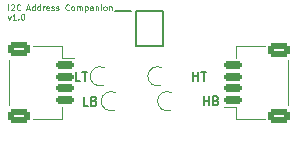
<source format=gto>
%TF.GenerationSoftware,KiCad,Pcbnew,7.0.1-3b83917a11~172~ubuntu20.04.1*%
%TF.CreationDate,2023-03-16T21:36:44-04:00*%
%TF.ProjectId,I2C-ToF-Companion,4932432d-546f-4462-9d43-6f6d70616e69,rev?*%
%TF.SameCoordinates,Original*%
%TF.FileFunction,Legend,Top*%
%TF.FilePolarity,Positive*%
%FSLAX46Y46*%
G04 Gerber Fmt 4.6, Leading zero omitted, Abs format (unit mm)*
G04 Created by KiCad (PCBNEW 7.0.1-3b83917a11~172~ubuntu20.04.1) date 2023-03-16 21:36:44*
%MOMM*%
%LPD*%
G01*
G04 APERTURE LIST*
G04 Aperture macros list*
%AMRoundRect*
0 Rectangle with rounded corners*
0 $1 Rounding radius*
0 $2 $3 $4 $5 $6 $7 $8 $9 X,Y pos of 4 corners*
0 Add a 4 corners polygon primitive as box body*
4,1,4,$2,$3,$4,$5,$6,$7,$8,$9,$2,$3,0*
0 Add four circle primitives for the rounded corners*
1,1,$1+$1,$2,$3*
1,1,$1+$1,$4,$5*
1,1,$1+$1,$6,$7*
1,1,$1+$1,$8,$9*
0 Add four rect primitives between the rounded corners*
20,1,$1+$1,$2,$3,$4,$5,0*
20,1,$1+$1,$4,$5,$6,$7,0*
20,1,$1+$1,$6,$7,$8,$9,0*
20,1,$1+$1,$8,$9,$2,$3,0*%
G04 Aperture macros list end*
%ADD10C,0.150000*%
%ADD11C,0.125000*%
%ADD12C,0.200000*%
%ADD13C,0.120000*%
%ADD14C,2.200000*%
%ADD15R,1.425000X0.300000*%
%ADD16C,1.400000*%
%ADD17O,1.400000X1.400000*%
%ADD18C,1.524000*%
%ADD19R,1.524000X1.524000*%
%ADD20RoundRect,0.150000X-0.625000X0.150000X-0.625000X-0.150000X0.625000X-0.150000X0.625000X0.150000X0*%
%ADD21RoundRect,0.250000X-0.650000X0.350000X-0.650000X-0.350000X0.650000X-0.350000X0.650000X0.350000X0*%
%ADD22RoundRect,0.150000X0.625000X-0.150000X0.625000X0.150000X-0.625000X0.150000X-0.625000X-0.150000X0*%
%ADD23RoundRect,0.250000X0.650000X-0.350000X0.650000X0.350000X-0.650000X0.350000X-0.650000X-0.350000X0*%
G04 APERTURE END LIST*
D10*
X151640000Y-80010000D02*
G75*
G03*
X151640000Y-80010000I-510000J0D01*
G01*
X156720000Y-80010000D02*
G75*
G03*
X156720000Y-80010000I-510000J0D01*
G01*
X146560000Y-80010000D02*
G75*
G03*
X146560000Y-80010000I-510000J0D01*
G01*
X144020000Y-80010000D02*
G75*
G03*
X144020000Y-80010000I-510000J0D01*
G01*
X149100000Y-80010000D02*
G75*
G03*
X149100000Y-80010000I-510000J0D01*
G01*
X141480000Y-80010000D02*
G75*
G03*
X141480000Y-80010000I-510000J0D01*
G01*
X154180000Y-80010000D02*
G75*
G03*
X154180000Y-80010000I-510000J0D01*
G01*
D11*
X136669447Y-69309009D02*
X136669447Y-68809009D01*
X136883733Y-68856628D02*
X136907542Y-68832819D01*
X136907542Y-68832819D02*
X136955161Y-68809009D01*
X136955161Y-68809009D02*
X137074209Y-68809009D01*
X137074209Y-68809009D02*
X137121828Y-68832819D01*
X137121828Y-68832819D02*
X137145637Y-68856628D01*
X137145637Y-68856628D02*
X137169447Y-68904247D01*
X137169447Y-68904247D02*
X137169447Y-68951866D01*
X137169447Y-68951866D02*
X137145637Y-69023295D01*
X137145637Y-69023295D02*
X136859923Y-69309009D01*
X136859923Y-69309009D02*
X137169447Y-69309009D01*
X137669446Y-69261390D02*
X137645637Y-69285200D01*
X137645637Y-69285200D02*
X137574208Y-69309009D01*
X137574208Y-69309009D02*
X137526589Y-69309009D01*
X137526589Y-69309009D02*
X137455161Y-69285200D01*
X137455161Y-69285200D02*
X137407542Y-69237580D01*
X137407542Y-69237580D02*
X137383732Y-69189961D01*
X137383732Y-69189961D02*
X137359923Y-69094723D01*
X137359923Y-69094723D02*
X137359923Y-69023295D01*
X137359923Y-69023295D02*
X137383732Y-68928057D01*
X137383732Y-68928057D02*
X137407542Y-68880438D01*
X137407542Y-68880438D02*
X137455161Y-68832819D01*
X137455161Y-68832819D02*
X137526589Y-68809009D01*
X137526589Y-68809009D02*
X137574208Y-68809009D01*
X137574208Y-68809009D02*
X137645637Y-68832819D01*
X137645637Y-68832819D02*
X137669446Y-68856628D01*
X138240875Y-69166152D02*
X138478970Y-69166152D01*
X138193256Y-69309009D02*
X138359922Y-68809009D01*
X138359922Y-68809009D02*
X138526589Y-69309009D01*
X138907541Y-69309009D02*
X138907541Y-68809009D01*
X138907541Y-69285200D02*
X138859922Y-69309009D01*
X138859922Y-69309009D02*
X138764684Y-69309009D01*
X138764684Y-69309009D02*
X138717065Y-69285200D01*
X138717065Y-69285200D02*
X138693255Y-69261390D01*
X138693255Y-69261390D02*
X138669446Y-69213771D01*
X138669446Y-69213771D02*
X138669446Y-69070914D01*
X138669446Y-69070914D02*
X138693255Y-69023295D01*
X138693255Y-69023295D02*
X138717065Y-68999485D01*
X138717065Y-68999485D02*
X138764684Y-68975676D01*
X138764684Y-68975676D02*
X138859922Y-68975676D01*
X138859922Y-68975676D02*
X138907541Y-68999485D01*
X139359922Y-69309009D02*
X139359922Y-68809009D01*
X139359922Y-69285200D02*
X139312303Y-69309009D01*
X139312303Y-69309009D02*
X139217065Y-69309009D01*
X139217065Y-69309009D02*
X139169446Y-69285200D01*
X139169446Y-69285200D02*
X139145636Y-69261390D01*
X139145636Y-69261390D02*
X139121827Y-69213771D01*
X139121827Y-69213771D02*
X139121827Y-69070914D01*
X139121827Y-69070914D02*
X139145636Y-69023295D01*
X139145636Y-69023295D02*
X139169446Y-68999485D01*
X139169446Y-68999485D02*
X139217065Y-68975676D01*
X139217065Y-68975676D02*
X139312303Y-68975676D01*
X139312303Y-68975676D02*
X139359922Y-68999485D01*
X139598017Y-69309009D02*
X139598017Y-68975676D01*
X139598017Y-69070914D02*
X139621827Y-69023295D01*
X139621827Y-69023295D02*
X139645636Y-68999485D01*
X139645636Y-68999485D02*
X139693255Y-68975676D01*
X139693255Y-68975676D02*
X139740874Y-68975676D01*
X140098017Y-69285200D02*
X140050398Y-69309009D01*
X140050398Y-69309009D02*
X139955160Y-69309009D01*
X139955160Y-69309009D02*
X139907541Y-69285200D01*
X139907541Y-69285200D02*
X139883732Y-69237580D01*
X139883732Y-69237580D02*
X139883732Y-69047104D01*
X139883732Y-69047104D02*
X139907541Y-68999485D01*
X139907541Y-68999485D02*
X139955160Y-68975676D01*
X139955160Y-68975676D02*
X140050398Y-68975676D01*
X140050398Y-68975676D02*
X140098017Y-68999485D01*
X140098017Y-68999485D02*
X140121827Y-69047104D01*
X140121827Y-69047104D02*
X140121827Y-69094723D01*
X140121827Y-69094723D02*
X139883732Y-69142342D01*
X140312303Y-69285200D02*
X140359922Y-69309009D01*
X140359922Y-69309009D02*
X140455160Y-69309009D01*
X140455160Y-69309009D02*
X140502779Y-69285200D01*
X140502779Y-69285200D02*
X140526588Y-69237580D01*
X140526588Y-69237580D02*
X140526588Y-69213771D01*
X140526588Y-69213771D02*
X140502779Y-69166152D01*
X140502779Y-69166152D02*
X140455160Y-69142342D01*
X140455160Y-69142342D02*
X140383731Y-69142342D01*
X140383731Y-69142342D02*
X140336112Y-69118533D01*
X140336112Y-69118533D02*
X140312303Y-69070914D01*
X140312303Y-69070914D02*
X140312303Y-69047104D01*
X140312303Y-69047104D02*
X140336112Y-68999485D01*
X140336112Y-68999485D02*
X140383731Y-68975676D01*
X140383731Y-68975676D02*
X140455160Y-68975676D01*
X140455160Y-68975676D02*
X140502779Y-68999485D01*
X140717065Y-69285200D02*
X140764684Y-69309009D01*
X140764684Y-69309009D02*
X140859922Y-69309009D01*
X140859922Y-69309009D02*
X140907541Y-69285200D01*
X140907541Y-69285200D02*
X140931350Y-69237580D01*
X140931350Y-69237580D02*
X140931350Y-69213771D01*
X140931350Y-69213771D02*
X140907541Y-69166152D01*
X140907541Y-69166152D02*
X140859922Y-69142342D01*
X140859922Y-69142342D02*
X140788493Y-69142342D01*
X140788493Y-69142342D02*
X140740874Y-69118533D01*
X140740874Y-69118533D02*
X140717065Y-69070914D01*
X140717065Y-69070914D02*
X140717065Y-69047104D01*
X140717065Y-69047104D02*
X140740874Y-68999485D01*
X140740874Y-68999485D02*
X140788493Y-68975676D01*
X140788493Y-68975676D02*
X140859922Y-68975676D01*
X140859922Y-68975676D02*
X140907541Y-68999485D01*
X141812302Y-69261390D02*
X141788493Y-69285200D01*
X141788493Y-69285200D02*
X141717064Y-69309009D01*
X141717064Y-69309009D02*
X141669445Y-69309009D01*
X141669445Y-69309009D02*
X141598017Y-69285200D01*
X141598017Y-69285200D02*
X141550398Y-69237580D01*
X141550398Y-69237580D02*
X141526588Y-69189961D01*
X141526588Y-69189961D02*
X141502779Y-69094723D01*
X141502779Y-69094723D02*
X141502779Y-69023295D01*
X141502779Y-69023295D02*
X141526588Y-68928057D01*
X141526588Y-68928057D02*
X141550398Y-68880438D01*
X141550398Y-68880438D02*
X141598017Y-68832819D01*
X141598017Y-68832819D02*
X141669445Y-68809009D01*
X141669445Y-68809009D02*
X141717064Y-68809009D01*
X141717064Y-68809009D02*
X141788493Y-68832819D01*
X141788493Y-68832819D02*
X141812302Y-68856628D01*
X142098017Y-69309009D02*
X142050398Y-69285200D01*
X142050398Y-69285200D02*
X142026588Y-69261390D01*
X142026588Y-69261390D02*
X142002779Y-69213771D01*
X142002779Y-69213771D02*
X142002779Y-69070914D01*
X142002779Y-69070914D02*
X142026588Y-69023295D01*
X142026588Y-69023295D02*
X142050398Y-68999485D01*
X142050398Y-68999485D02*
X142098017Y-68975676D01*
X142098017Y-68975676D02*
X142169445Y-68975676D01*
X142169445Y-68975676D02*
X142217064Y-68999485D01*
X142217064Y-68999485D02*
X142240874Y-69023295D01*
X142240874Y-69023295D02*
X142264683Y-69070914D01*
X142264683Y-69070914D02*
X142264683Y-69213771D01*
X142264683Y-69213771D02*
X142240874Y-69261390D01*
X142240874Y-69261390D02*
X142217064Y-69285200D01*
X142217064Y-69285200D02*
X142169445Y-69309009D01*
X142169445Y-69309009D02*
X142098017Y-69309009D01*
X142478969Y-69309009D02*
X142478969Y-68975676D01*
X142478969Y-69023295D02*
X142502779Y-68999485D01*
X142502779Y-68999485D02*
X142550398Y-68975676D01*
X142550398Y-68975676D02*
X142621826Y-68975676D01*
X142621826Y-68975676D02*
X142669445Y-68999485D01*
X142669445Y-68999485D02*
X142693255Y-69047104D01*
X142693255Y-69047104D02*
X142693255Y-69309009D01*
X142693255Y-69047104D02*
X142717064Y-68999485D01*
X142717064Y-68999485D02*
X142764683Y-68975676D01*
X142764683Y-68975676D02*
X142836112Y-68975676D01*
X142836112Y-68975676D02*
X142883731Y-68999485D01*
X142883731Y-68999485D02*
X142907541Y-69047104D01*
X142907541Y-69047104D02*
X142907541Y-69309009D01*
X143145636Y-68975676D02*
X143145636Y-69475676D01*
X143145636Y-68999485D02*
X143193255Y-68975676D01*
X143193255Y-68975676D02*
X143288493Y-68975676D01*
X143288493Y-68975676D02*
X143336112Y-68999485D01*
X143336112Y-68999485D02*
X143359922Y-69023295D01*
X143359922Y-69023295D02*
X143383731Y-69070914D01*
X143383731Y-69070914D02*
X143383731Y-69213771D01*
X143383731Y-69213771D02*
X143359922Y-69261390D01*
X143359922Y-69261390D02*
X143336112Y-69285200D01*
X143336112Y-69285200D02*
X143288493Y-69309009D01*
X143288493Y-69309009D02*
X143193255Y-69309009D01*
X143193255Y-69309009D02*
X143145636Y-69285200D01*
X143812303Y-69309009D02*
X143812303Y-69047104D01*
X143812303Y-69047104D02*
X143788493Y-68999485D01*
X143788493Y-68999485D02*
X143740874Y-68975676D01*
X143740874Y-68975676D02*
X143645636Y-68975676D01*
X143645636Y-68975676D02*
X143598017Y-68999485D01*
X143812303Y-69285200D02*
X143764684Y-69309009D01*
X143764684Y-69309009D02*
X143645636Y-69309009D01*
X143645636Y-69309009D02*
X143598017Y-69285200D01*
X143598017Y-69285200D02*
X143574208Y-69237580D01*
X143574208Y-69237580D02*
X143574208Y-69189961D01*
X143574208Y-69189961D02*
X143598017Y-69142342D01*
X143598017Y-69142342D02*
X143645636Y-69118533D01*
X143645636Y-69118533D02*
X143764684Y-69118533D01*
X143764684Y-69118533D02*
X143812303Y-69094723D01*
X144050398Y-68975676D02*
X144050398Y-69309009D01*
X144050398Y-69023295D02*
X144074208Y-68999485D01*
X144074208Y-68999485D02*
X144121827Y-68975676D01*
X144121827Y-68975676D02*
X144193255Y-68975676D01*
X144193255Y-68975676D02*
X144240874Y-68999485D01*
X144240874Y-68999485D02*
X144264684Y-69047104D01*
X144264684Y-69047104D02*
X144264684Y-69309009D01*
X144502779Y-69309009D02*
X144502779Y-68975676D01*
X144502779Y-68809009D02*
X144478970Y-68832819D01*
X144478970Y-68832819D02*
X144502779Y-68856628D01*
X144502779Y-68856628D02*
X144526589Y-68832819D01*
X144526589Y-68832819D02*
X144502779Y-68809009D01*
X144502779Y-68809009D02*
X144502779Y-68856628D01*
X144812303Y-69309009D02*
X144764684Y-69285200D01*
X144764684Y-69285200D02*
X144740874Y-69261390D01*
X144740874Y-69261390D02*
X144717065Y-69213771D01*
X144717065Y-69213771D02*
X144717065Y-69070914D01*
X144717065Y-69070914D02*
X144740874Y-69023295D01*
X144740874Y-69023295D02*
X144764684Y-68999485D01*
X144764684Y-68999485D02*
X144812303Y-68975676D01*
X144812303Y-68975676D02*
X144883731Y-68975676D01*
X144883731Y-68975676D02*
X144931350Y-68999485D01*
X144931350Y-68999485D02*
X144955160Y-69023295D01*
X144955160Y-69023295D02*
X144978969Y-69070914D01*
X144978969Y-69070914D02*
X144978969Y-69213771D01*
X144978969Y-69213771D02*
X144955160Y-69261390D01*
X144955160Y-69261390D02*
X144931350Y-69285200D01*
X144931350Y-69285200D02*
X144883731Y-69309009D01*
X144883731Y-69309009D02*
X144812303Y-69309009D01*
X145193255Y-68975676D02*
X145193255Y-69309009D01*
X145193255Y-69023295D02*
X145217065Y-68999485D01*
X145217065Y-68999485D02*
X145264684Y-68975676D01*
X145264684Y-68975676D02*
X145336112Y-68975676D01*
X145336112Y-68975676D02*
X145383731Y-68999485D01*
X145383731Y-68999485D02*
X145407541Y-69047104D01*
X145407541Y-69047104D02*
X145407541Y-69309009D01*
X136621828Y-69785676D02*
X136740876Y-70119009D01*
X136740876Y-70119009D02*
X136859923Y-69785676D01*
X137312304Y-70119009D02*
X137026590Y-70119009D01*
X137169447Y-70119009D02*
X137169447Y-69619009D01*
X137169447Y-69619009D02*
X137121828Y-69690438D01*
X137121828Y-69690438D02*
X137074209Y-69738057D01*
X137074209Y-69738057D02*
X137026590Y-69761866D01*
X137526589Y-70071390D02*
X137550399Y-70095200D01*
X137550399Y-70095200D02*
X137526589Y-70119009D01*
X137526589Y-70119009D02*
X137502780Y-70095200D01*
X137502780Y-70095200D02*
X137526589Y-70071390D01*
X137526589Y-70071390D02*
X137526589Y-70119009D01*
X137859922Y-69619009D02*
X137907541Y-69619009D01*
X137907541Y-69619009D02*
X137955160Y-69642819D01*
X137955160Y-69642819D02*
X137978970Y-69666628D01*
X137978970Y-69666628D02*
X138002779Y-69714247D01*
X138002779Y-69714247D02*
X138026589Y-69809485D01*
X138026589Y-69809485D02*
X138026589Y-69928533D01*
X138026589Y-69928533D02*
X138002779Y-70023771D01*
X138002779Y-70023771D02*
X137978970Y-70071390D01*
X137978970Y-70071390D02*
X137955160Y-70095200D01*
X137955160Y-70095200D02*
X137907541Y-70119009D01*
X137907541Y-70119009D02*
X137859922Y-70119009D01*
X137859922Y-70119009D02*
X137812303Y-70095200D01*
X137812303Y-70095200D02*
X137788494Y-70071390D01*
X137788494Y-70071390D02*
X137764684Y-70023771D01*
X137764684Y-70023771D02*
X137740875Y-69928533D01*
X137740875Y-69928533D02*
X137740875Y-69809485D01*
X137740875Y-69809485D02*
X137764684Y-69714247D01*
X137764684Y-69714247D02*
X137788494Y-69666628D01*
X137788494Y-69666628D02*
X137812303Y-69642819D01*
X137812303Y-69642819D02*
X137859922Y-69619009D01*
D10*
X153213571Y-77352814D02*
X153213571Y-76602814D01*
X153213571Y-76959957D02*
X153642142Y-76959957D01*
X153642142Y-77352814D02*
X153642142Y-76602814D01*
X154249285Y-76959957D02*
X154356428Y-76995671D01*
X154356428Y-76995671D02*
X154392142Y-77031385D01*
X154392142Y-77031385D02*
X154427856Y-77102814D01*
X154427856Y-77102814D02*
X154427856Y-77209957D01*
X154427856Y-77209957D02*
X154392142Y-77281385D01*
X154392142Y-77281385D02*
X154356428Y-77317100D01*
X154356428Y-77317100D02*
X154284999Y-77352814D01*
X154284999Y-77352814D02*
X153999285Y-77352814D01*
X153999285Y-77352814D02*
X153999285Y-76602814D01*
X153999285Y-76602814D02*
X154249285Y-76602814D01*
X154249285Y-76602814D02*
X154320714Y-76638528D01*
X154320714Y-76638528D02*
X154356428Y-76674242D01*
X154356428Y-76674242D02*
X154392142Y-76745671D01*
X154392142Y-76745671D02*
X154392142Y-76817100D01*
X154392142Y-76817100D02*
X154356428Y-76888528D01*
X154356428Y-76888528D02*
X154320714Y-76924242D01*
X154320714Y-76924242D02*
X154249285Y-76959957D01*
X154249285Y-76959957D02*
X153999285Y-76959957D01*
X142775714Y-75270014D02*
X142418571Y-75270014D01*
X142418571Y-75270014D02*
X142418571Y-74520014D01*
X142918571Y-74520014D02*
X143347143Y-74520014D01*
X143132857Y-75270014D02*
X143132857Y-74520014D01*
X143436114Y-77378214D02*
X143078971Y-77378214D01*
X143078971Y-77378214D02*
X143078971Y-76628214D01*
X143936114Y-76985357D02*
X144043257Y-77021071D01*
X144043257Y-77021071D02*
X144078971Y-77056785D01*
X144078971Y-77056785D02*
X144114685Y-77128214D01*
X144114685Y-77128214D02*
X144114685Y-77235357D01*
X144114685Y-77235357D02*
X144078971Y-77306785D01*
X144078971Y-77306785D02*
X144043257Y-77342500D01*
X144043257Y-77342500D02*
X143971828Y-77378214D01*
X143971828Y-77378214D02*
X143686114Y-77378214D01*
X143686114Y-77378214D02*
X143686114Y-76628214D01*
X143686114Y-76628214D02*
X143936114Y-76628214D01*
X143936114Y-76628214D02*
X144007543Y-76663928D01*
X144007543Y-76663928D02*
X144043257Y-76699642D01*
X144043257Y-76699642D02*
X144078971Y-76771071D01*
X144078971Y-76771071D02*
X144078971Y-76842500D01*
X144078971Y-76842500D02*
X144043257Y-76913928D01*
X144043257Y-76913928D02*
X144007543Y-76949642D01*
X144007543Y-76949642D02*
X143936114Y-76985357D01*
X143936114Y-76985357D02*
X143686114Y-76985357D01*
X152324571Y-75270014D02*
X152324571Y-74520014D01*
X152324571Y-74877157D02*
X152753142Y-74877157D01*
X152753142Y-75270014D02*
X152753142Y-74520014D01*
X153003142Y-74520014D02*
X153431714Y-74520014D01*
X153217428Y-75270014D02*
X153217428Y-74520014D01*
D12*
X145665000Y-69366000D02*
X147090000Y-69366000D01*
X147440000Y-69366000D02*
X149740000Y-69366000D01*
X147440000Y-72366000D02*
X147440000Y-69366000D01*
X149740000Y-69366000D02*
X149740000Y-72366000D01*
X149740000Y-72366000D02*
X147440000Y-72366000D01*
D13*
X145760933Y-76312801D02*
G75*
G03*
X145663895Y-77762158I-417133J-699999D01*
G01*
X144829933Y-74204601D02*
G75*
G03*
X144732895Y-75653958I-417133J-699999D01*
G01*
X149702333Y-74204601D02*
G75*
G03*
X149605295Y-75653958I-417133J-699999D01*
G01*
X141231000Y-72320000D02*
X141231000Y-73370000D01*
X138731000Y-72320000D02*
X141231000Y-72320000D01*
X141231000Y-73370000D02*
X142221000Y-73370000D01*
X136761000Y-73490000D02*
X136761000Y-77370000D01*
X141231000Y-78540000D02*
X141231000Y-77490000D01*
X138731000Y-78540000D02*
X141231000Y-78540000D01*
X155917000Y-78548000D02*
X155917000Y-77498000D01*
X158417000Y-78548000D02*
X155917000Y-78548000D01*
X155917000Y-77498000D02*
X154927000Y-77498000D01*
X160387000Y-77378000D02*
X160387000Y-73498000D01*
X155917000Y-72328000D02*
X155917000Y-73378000D01*
X158417000Y-72328000D02*
X155917000Y-72328000D01*
X150531733Y-76312801D02*
G75*
G03*
X150434695Y-77762158I-417133J-699999D01*
G01*
%LPC*%
D14*
X154990800Y-71069200D03*
D15*
X146378000Y-69866000D03*
X146378000Y-70366000D03*
X146378000Y-70866000D03*
X146378000Y-71366000D03*
X146378000Y-71866000D03*
X150802000Y-71866000D03*
X150802000Y-71366000D03*
X150802000Y-70866000D03*
X150802000Y-70366000D03*
X150802000Y-69866000D03*
D16*
X145343800Y-77012800D03*
D17*
X147243800Y-77012800D03*
D18*
X156210000Y-80010000D03*
X153670000Y-80010000D03*
D19*
X151130000Y-80010000D03*
D18*
X148590000Y-80010000D03*
X146050000Y-80010000D03*
X143510000Y-80010000D03*
X140970000Y-80010000D03*
D16*
X144412800Y-74904600D03*
D17*
X146312800Y-74904600D03*
D16*
X149285200Y-74904600D03*
D17*
X151185200Y-74904600D03*
D20*
X141446000Y-73930000D03*
X141446000Y-74930000D03*
X141446000Y-75930000D03*
X141446000Y-76930000D03*
D21*
X137571000Y-72630000D03*
X137571000Y-78230000D03*
D14*
X142189200Y-71069200D03*
D22*
X155702000Y-76938000D03*
X155702000Y-75938000D03*
X155702000Y-74938000D03*
X155702000Y-73938000D03*
D23*
X159577000Y-78238000D03*
X159577000Y-72638000D03*
D16*
X150114600Y-77012800D03*
D17*
X152014600Y-77012800D03*
M02*

</source>
